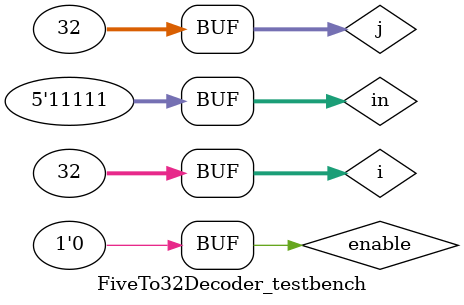
<source format=sv>
`timescale 1ns/10ps

module FiveTo32Decoder(out, in, enable);
	output logic [31:0] out;
	input logic [4:0] in;
	input logic enable;
	
	logic notIn4, enableAndNotIn4, enableAndIn4;
	
	not #50 not4 (notIn4, in[4]);
	and #50 a1 (enableAndNotIn4, enable, notIn4);
	and #50 a2 (enableAndIn4, enable, in[4]);
	
	FourToSixteenDecoder s41 (out[15:0], in[3:0], enableAndNotIn4);
	FourToSixteenDecoder s42 (out[31:16], in[3:0], enableAndIn4);
		
endmodule

module FiveTo32Decoder_testbench;
	logic [31:0] out;
	logic [4:0] in;
	logic enable;
	
	integer i;
	integer j;
	initial begin
	
	enable = 1; #10;
	for (i = 0; i < 32; i++) begin
		in = i; #300;
	end
	
	enable = 0; #10;
	
	for (j = 0; j < 32; j++) begin
		in = j; #300;
	end
	end
	
	FiveTo32Decoder dut (.out, .in, .enable);
	
endmodule

</source>
